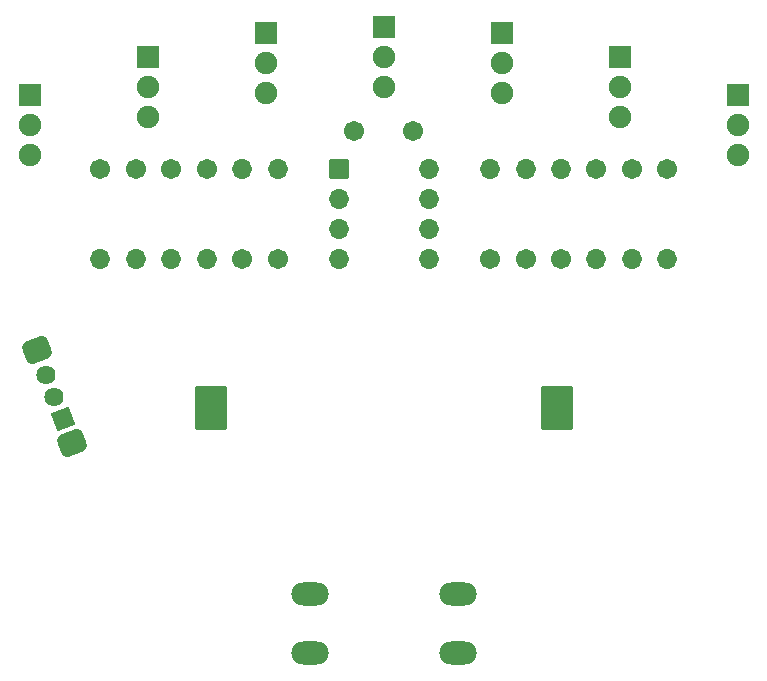
<source format=gts>
G04 #@! TF.GenerationSoftware,KiCad,Pcbnew,6.0.11-2627ca5db0~126~ubuntu20.04.1*
G04 #@! TF.CreationDate,2025-11-03T09:49:22+01:00*
G04 #@! TF.ProjectId,attiny85_catch_me_bcl-2,61747469-6e79-4383-955f-63617463685f,1.0*
G04 #@! TF.SameCoordinates,Original*
G04 #@! TF.FileFunction,Soldermask,Top*
G04 #@! TF.FilePolarity,Negative*
%FSLAX46Y46*%
G04 Gerber Fmt 4.6, Leading zero omitted, Abs format (unit mm)*
G04 Created by KiCad (PCBNEW 6.0.11-2627ca5db0~126~ubuntu20.04.1) date 2025-11-03 09:49:22*
%MOMM*%
%LPD*%
G01*
G04 APERTURE LIST*
G04 Aperture macros list*
%AMRoundRect*
0 Rectangle with rounded corners*
0 $1 Rounding radius*
0 $2 $3 $4 $5 $6 $7 $8 $9 X,Y pos of 4 corners*
0 Add a 4 corners polygon primitive as box body*
4,1,4,$2,$3,$4,$5,$6,$7,$8,$9,$2,$3,0*
0 Add four circle primitives for the rounded corners*
1,1,$1+$1,$2,$3*
1,1,$1+$1,$4,$5*
1,1,$1+$1,$6,$7*
1,1,$1+$1,$8,$9*
0 Add four rect primitives between the rounded corners*
20,1,$1+$1,$2,$3,$4,$5,0*
20,1,$1+$1,$4,$5,$6,$7,0*
20,1,$1+$1,$6,$7,$8,$9,0*
20,1,$1+$1,$8,$9,$2,$3,0*%
G04 Aperture macros list end*
%ADD10RoundRect,0.526000X0.413263X0.667431X-0.753713X0.219471X-0.413263X-0.667431X0.753713X-0.219471X0*%
%ADD11RoundRect,0.051000X0.438312X0.984465X-0.984465X0.438312X-0.438312X-0.984465X0.984465X-0.438312X0*%
%ADD12C,1.626000*%
%ADD13C,1.702000*%
%ADD14O,1.702000X1.702000*%
%ADD15RoundRect,0.051000X-0.800000X-0.800000X0.800000X-0.800000X0.800000X0.800000X-0.800000X0.800000X0*%
%ADD16O,3.150000X1.952000*%
%ADD17RoundRect,0.051000X1.300000X1.800000X-1.300000X1.800000X-1.300000X-1.800000X1.300000X-1.800000X0*%
%ADD18RoundRect,0.051000X-0.900000X0.900000X-0.900000X-0.900000X0.900000X-0.900000X0.900000X0.900000X0*%
%ADD19C,1.902000*%
G04 APERTURE END LIST*
D10*
X78605146Y-105196038D03*
X75594854Y-97353962D03*
D11*
X77816736Y-103142161D03*
D12*
X77100000Y-101275000D03*
X76383264Y-99407839D03*
D13*
X120000000Y-89620000D03*
D14*
X120000000Y-82000000D03*
D13*
X117000000Y-89620000D03*
D14*
X117000000Y-82000000D03*
D13*
X114000000Y-89620000D03*
D14*
X114000000Y-82000000D03*
D13*
X96000000Y-89620000D03*
D14*
X96000000Y-82000000D03*
D15*
X101190000Y-82000000D03*
D14*
X101190000Y-84540000D03*
X101190000Y-87080000D03*
X101190000Y-89620000D03*
X108810000Y-89620000D03*
X108810000Y-87080000D03*
X108810000Y-84540000D03*
X108810000Y-82000000D03*
D16*
X111250000Y-123000000D03*
X98750000Y-123000000D03*
X111250000Y-118000000D03*
X98750000Y-118000000D03*
D17*
X90350000Y-102275000D03*
X119650000Y-102275000D03*
D13*
X107500000Y-78750000D03*
X102500000Y-78750000D03*
D18*
X125000000Y-72500000D03*
D19*
X125000000Y-75040000D03*
X125000000Y-77580000D03*
D18*
X115000000Y-70500000D03*
D19*
X115000000Y-73040000D03*
X115000000Y-75580000D03*
D18*
X85000000Y-72500000D03*
D19*
X85000000Y-75040000D03*
X85000000Y-77580000D03*
D13*
X81000000Y-82000000D03*
D14*
X81000000Y-89620000D03*
D13*
X87000000Y-82000000D03*
D14*
X87000000Y-89620000D03*
D18*
X105000000Y-70000000D03*
D19*
X105000000Y-72540000D03*
X105000000Y-75080000D03*
D18*
X95000000Y-70500000D03*
D19*
X95000000Y-73040000D03*
X95000000Y-75580000D03*
D13*
X126000000Y-82000000D03*
D14*
X126000000Y-89620000D03*
D13*
X90000000Y-82000000D03*
D14*
X90000000Y-89620000D03*
D13*
X123000000Y-82000000D03*
D14*
X123000000Y-89620000D03*
D13*
X84000000Y-82000000D03*
D14*
X84000000Y-89620000D03*
D18*
X135000000Y-75700000D03*
D19*
X135000000Y-78240000D03*
X135000000Y-80780000D03*
D13*
X93000000Y-89620000D03*
D14*
X93000000Y-82000000D03*
D18*
X75000000Y-75700000D03*
D19*
X75000000Y-78240000D03*
X75000000Y-80780000D03*
D13*
X129000000Y-82000000D03*
D14*
X129000000Y-89620000D03*
M02*

</source>
